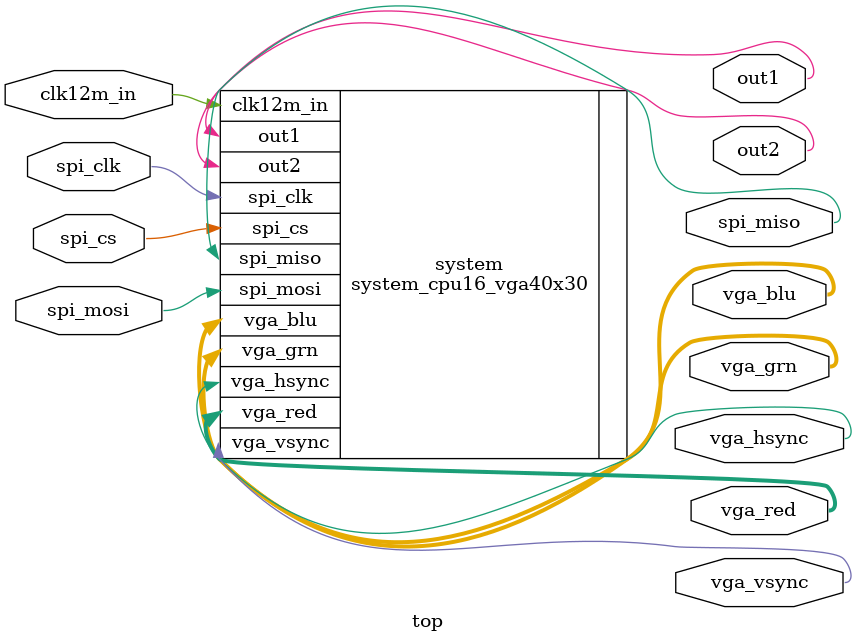
<source format=v>

module top(
	input clk12m_in,
	output [1:0]vga_red,
	output [1:0]vga_grn,
	output [1:0]vga_blu,
	output vga_hsync,
	output vga_vsync,
	input spi_mosi,
	output spi_miso,
	input spi_clk,
	input spi_cs,
	output out1,
	output out2
	);

system_cpu16_vga40x30 #(
	.BPP(2)
	) system (
	.clk12m_in(clk12m_in),
	.vga_red(vga_red),
	.vga_grn(vga_grn),
	.vga_blu(vga_blu),
	.vga_hsync(vga_hsync),
	.vga_vsync(vga_vsync),
	.spi_mosi(spi_mosi),
	.spi_miso(spi_miso),
	.spi_clk(spi_clk),
	.spi_cs(spi_cs),
	.out1(out1),
	.out2(out2)
	);

endmodule

</source>
